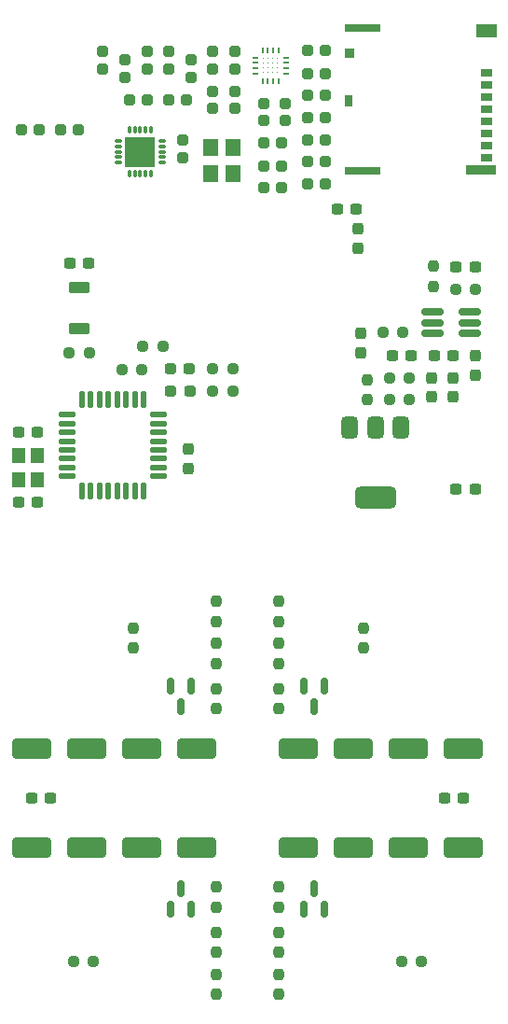
<source format=gtp>
%TF.GenerationSoftware,KiCad,Pcbnew,9.0.6*%
%TF.CreationDate,2026-02-04T03:15:49+01:00*%
%TF.ProjectId,car,6361722e-6b69-4636-9164-5f7063625858,rev?*%
%TF.SameCoordinates,Original*%
%TF.FileFunction,Paste,Top*%
%TF.FilePolarity,Positive*%
%FSLAX46Y46*%
G04 Gerber Fmt 4.6, Leading zero omitted, Abs format (unit mm)*
G04 Created by KiCad (PCBNEW 9.0.6) date 2026-02-04 03:15:49*
%MOMM*%
%LPD*%
G01*
G04 APERTURE LIST*
G04 Aperture macros list*
%AMRoundRect*
0 Rectangle with rounded corners*
0 $1 Rounding radius*
0 $2 $3 $4 $5 $6 $7 $8 $9 X,Y pos of 4 corners*
0 Add a 4 corners polygon primitive as box body*
4,1,4,$2,$3,$4,$5,$6,$7,$8,$9,$2,$3,0*
0 Add four circle primitives for the rounded corners*
1,1,$1+$1,$2,$3*
1,1,$1+$1,$4,$5*
1,1,$1+$1,$6,$7*
1,1,$1+$1,$8,$9*
0 Add four rect primitives between the rounded corners*
20,1,$1+$1,$2,$3,$4,$5,0*
20,1,$1+$1,$4,$5,$6,$7,0*
20,1,$1+$1,$6,$7,$8,$9,0*
20,1,$1+$1,$8,$9,$2,$3,0*%
G04 Aperture macros list end*
%ADD10RoundRect,0.237500X0.250000X0.237500X-0.250000X0.237500X-0.250000X-0.237500X0.250000X-0.237500X0*%
%ADD11RoundRect,0.250000X-1.500000X-0.650000X1.500000X-0.650000X1.500000X0.650000X-1.500000X0.650000X0*%
%ADD12RoundRect,0.162500X0.837500X0.162500X-0.837500X0.162500X-0.837500X-0.162500X0.837500X-0.162500X0*%
%ADD13RoundRect,0.237500X0.237500X-0.250000X0.237500X0.250000X-0.237500X0.250000X-0.237500X-0.250000X0*%
%ADD14RoundRect,0.237500X0.300000X0.237500X-0.300000X0.237500X-0.300000X-0.237500X0.300000X-0.237500X0*%
%ADD15RoundRect,0.375000X-0.375000X0.625000X-0.375000X-0.625000X0.375000X-0.625000X0.375000X0.625000X0*%
%ADD16RoundRect,0.500000X-1.400000X0.500000X-1.400000X-0.500000X1.400000X-0.500000X1.400000X0.500000X0*%
%ADD17RoundRect,0.237500X-0.237500X0.250000X-0.237500X-0.250000X0.237500X-0.250000X0.237500X0.250000X0*%
%ADD18RoundRect,0.142500X0.332500X0.357500X-0.332500X0.357500X-0.332500X-0.357500X0.332500X-0.357500X0*%
%ADD19RoundRect,0.165000X-0.735000X0.385000X-0.735000X-0.385000X0.735000X-0.385000X0.735000X0.385000X0*%
%ADD20RoundRect,0.142500X-0.357500X0.332500X-0.357500X-0.332500X0.357500X-0.332500X0.357500X0.332500X0*%
%ADD21R,1.092200X0.711200*%
%ADD22R,0.939800X0.889000*%
%ADD23R,0.787400X1.041400*%
%ADD24R,1.828800X1.143000*%
%ADD25R,3.327400X0.711200*%
%ADD26R,2.794000X0.863600*%
%ADD27RoundRect,0.150000X-0.150000X0.587500X-0.150000X-0.587500X0.150000X-0.587500X0.150000X0.587500X0*%
%ADD28RoundRect,0.250000X1.500000X0.650000X-1.500000X0.650000X-1.500000X-0.650000X1.500000X-0.650000X0*%
%ADD29RoundRect,0.237500X-0.237500X0.300000X-0.237500X-0.300000X0.237500X-0.300000X0.237500X0.300000X0*%
%ADD30RoundRect,0.237500X-0.300000X-0.237500X0.300000X-0.237500X0.300000X0.237500X-0.300000X0.237500X0*%
%ADD31RoundRect,0.237500X-0.250000X-0.237500X0.250000X-0.237500X0.250000X0.237500X-0.250000X0.237500X0*%
%ADD32RoundRect,0.142500X0.357500X-0.332500X0.357500X0.332500X-0.357500X0.332500X-0.357500X-0.332500X0*%
%ADD33RoundRect,0.150000X0.150000X-0.587500X0.150000X0.587500X-0.150000X0.587500X-0.150000X-0.587500X0*%
%ADD34RoundRect,0.142500X-0.332500X-0.357500X0.332500X-0.357500X0.332500X0.357500X-0.332500X0.357500X0*%
%ADD35RoundRect,0.237500X-0.237500X0.287500X-0.237500X-0.287500X0.237500X-0.287500X0.237500X0.287500X0*%
%ADD36RoundRect,0.180000X-0.420000X0.520000X-0.420000X-0.520000X0.420000X-0.520000X0.420000X0.520000X0*%
%ADD37O,0.300000X0.800000*%
%ADD38O,0.800000X0.300000*%
%ADD39R,2.700000X2.700000*%
%ADD40RoundRect,0.237500X0.237500X-0.300000X0.237500X0.300000X-0.237500X0.300000X-0.237500X-0.300000X0*%
%ADD41RoundRect,0.137500X-0.600000X-0.137500X0.600000X-0.137500X0.600000X0.137500X-0.600000X0.137500X0*%
%ADD42RoundRect,0.137500X-0.137500X-0.600000X0.137500X-0.600000X0.137500X0.600000X-0.137500X0.600000X0*%
%ADD43RoundRect,0.237500X0.287500X0.237500X-0.287500X0.237500X-0.287500X-0.237500X0.287500X-0.237500X0*%
%ADD44RoundRect,0.210000X0.490000X-0.590000X0.490000X0.590000X-0.490000X0.590000X-0.490000X-0.590000X0*%
%ADD45R,0.000001X0.000001*%
%ADD46O,0.650000X0.250000*%
%ADD47O,0.250000X0.650000*%
G04 APERTURE END LIST*
D10*
%TO.C,R20*%
X165648470Y-142234970D03*
X163823470Y-142234970D03*
%TD*%
D11*
%TO.C,D6*%
X130235970Y-131934970D03*
X135235970Y-131934970D03*
%TD*%
D12*
%TO.C,U4*%
X170045970Y-85274843D03*
X170045970Y-84324843D03*
X170045970Y-83374843D03*
X166625970Y-83374843D03*
X166625970Y-84324843D03*
X166625970Y-85274843D03*
%TD*%
D11*
%TO.C,D7*%
X140235970Y-131934970D03*
X145235970Y-131934970D03*
%TD*%
D13*
%TO.C,R9*%
X139435970Y-113847470D03*
X139435970Y-112022470D03*
%TD*%
D14*
%TO.C,C16*%
X169438470Y-127434970D03*
X167713470Y-127434970D03*
%TD*%
D15*
%TO.C,U5*%
X163735970Y-93874843D03*
X161435970Y-93874843D03*
D16*
X161435970Y-100174843D03*
D15*
X159135970Y-93874843D03*
%TD*%
D10*
%TO.C,R5*%
X142148470Y-86504843D03*
X140323470Y-86504843D03*
%TD*%
D17*
%TO.C,R10*%
X147035970Y-117522470D03*
X147035970Y-119347470D03*
%TD*%
D18*
%TO.C,C33*%
X156889920Y-63727843D03*
X155289920Y-63727843D03*
%TD*%
D19*
%TO.C,SW1*%
X134548470Y-81154843D03*
X134548470Y-84854843D03*
%TD*%
D20*
%TO.C,C37*%
X146689920Y-59727843D03*
X146689920Y-61327843D03*
%TD*%
D21*
%TO.C,SD1*%
X171535970Y-61704843D03*
X171535970Y-62804843D03*
X171535970Y-63904843D03*
X171535970Y-65004844D03*
X171535970Y-66104844D03*
X171535970Y-67204844D03*
X171535970Y-68304845D03*
X171535970Y-69404843D03*
D22*
X159070971Y-59914843D03*
D23*
X158995971Y-64179843D03*
D24*
X171520971Y-57824843D03*
D25*
X160270971Y-57604843D03*
X160270971Y-70564843D03*
D26*
X171035971Y-70484843D03*
%TD*%
D27*
%TO.C,Q8*%
X156835970Y-117259970D03*
X154935970Y-117259970D03*
X155885970Y-119134970D03*
%TD*%
D28*
%TO.C,D9*%
X159435970Y-122934970D03*
X154435970Y-122934970D03*
%TD*%
D13*
%TO.C,R31*%
X160735970Y-91337343D03*
X160735970Y-89512343D03*
%TD*%
D29*
%TO.C,C6*%
X159835970Y-75842343D03*
X159835970Y-77567343D03*
%TD*%
D30*
%TO.C,C14*%
X130235970Y-127434970D03*
X131960970Y-127434970D03*
%TD*%
D31*
%TO.C,R2*%
X133635970Y-87104843D03*
X135460970Y-87104843D03*
%TD*%
D32*
%TO.C,L9*%
X144689920Y-62127843D03*
X144689920Y-60527843D03*
%TD*%
D20*
%TO.C,C36*%
X148689920Y-59727843D03*
X148689920Y-61327843D03*
%TD*%
D31*
%TO.C,R29*%
X162723470Y-89324843D03*
X164548470Y-89324843D03*
%TD*%
D17*
%TO.C,R18*%
X152635970Y-117522470D03*
X152635970Y-119347470D03*
%TD*%
D13*
%TO.C,R17*%
X160335970Y-113847470D03*
X160335970Y-112022470D03*
%TD*%
D30*
%TO.C,C21*%
X166773470Y-87324843D03*
X168498470Y-87324843D03*
%TD*%
D31*
%TO.C,R23*%
X168723470Y-81324843D03*
X170548470Y-81324843D03*
%TD*%
D33*
%TO.C,Q4*%
X142835970Y-137572470D03*
X144735970Y-137572470D03*
X143785970Y-135697470D03*
%TD*%
D32*
%TO.C,C34*%
X146689920Y-64927843D03*
X146689920Y-63327843D03*
%TD*%
%TO.C,C35*%
X148689920Y-64927843D03*
X148689920Y-63327843D03*
%TD*%
D30*
%TO.C,C42*%
X168773470Y-99424843D03*
X170498470Y-99424843D03*
%TD*%
D13*
%TO.C,R7*%
X147035970Y-111447470D03*
X147035970Y-109622470D03*
%TD*%
D34*
%TO.C,L6*%
X151289920Y-68027843D03*
X152889920Y-68027843D03*
%TD*%
D35*
%TO.C,D1*%
X160135970Y-85329843D03*
X160135970Y-87079843D03*
%TD*%
D17*
%TO.C,R13*%
X147035970Y-139622470D03*
X147035970Y-141447470D03*
%TD*%
D18*
%TO.C,C31*%
X156889920Y-67727843D03*
X155289920Y-67727843D03*
%TD*%
D36*
%TO.C,Y1*%
X129054720Y-96354843D03*
X129054720Y-98554843D03*
X130754720Y-98554843D03*
X130754720Y-96354843D03*
%TD*%
D37*
%TO.C,U7*%
X139089920Y-70827843D03*
X139589920Y-70827843D03*
X140089920Y-70827843D03*
X140589920Y-70827843D03*
X141089920Y-70827843D03*
D38*
X142089920Y-69827843D03*
X142089920Y-69327843D03*
X142089920Y-68827843D03*
X142089920Y-68327843D03*
X142089920Y-67827843D03*
D37*
X141089920Y-66827843D03*
X140589920Y-66827843D03*
X140089920Y-66827843D03*
X139589920Y-66827843D03*
X139089920Y-66827843D03*
D38*
X138089920Y-67827843D03*
X138089920Y-68327843D03*
X138089920Y-68827843D03*
X138089920Y-69327843D03*
X138089920Y-69827843D03*
D39*
X140089920Y-68827843D03*
%TD*%
D34*
%TO.C,C25*%
X129289920Y-66827843D03*
X130889920Y-66827843D03*
%TD*%
D32*
%TO.C,R32*%
X143989920Y-69377843D03*
X143989920Y-67777843D03*
%TD*%
D40*
%TO.C,C23*%
X166535970Y-91087343D03*
X166535970Y-89362343D03*
%TD*%
D13*
%TO.C,R15*%
X152635970Y-111434970D03*
X152635970Y-109609970D03*
%TD*%
D30*
%TO.C,C24*%
X162973470Y-87324843D03*
X164698470Y-87324843D03*
%TD*%
D14*
%TO.C,C1*%
X135410970Y-78904843D03*
X133685970Y-78904843D03*
%TD*%
D32*
%TO.C,L8*%
X151289920Y-66027843D03*
X151289920Y-64427843D03*
%TD*%
D28*
%TO.C,D11*%
X159435970Y-131934970D03*
X154435970Y-131934970D03*
%TD*%
D34*
%TO.C,L7*%
X155289920Y-65727843D03*
X156889920Y-65727843D03*
%TD*%
D14*
%TO.C,C3*%
X130748470Y-100654843D03*
X129023470Y-100654843D03*
%TD*%
D18*
%TO.C,C28*%
X152889920Y-72127843D03*
X151289920Y-72127843D03*
%TD*%
D32*
%TO.C,C32*%
X153289920Y-66027843D03*
X153289920Y-64427843D03*
%TD*%
D41*
%TO.C,U1*%
X133443470Y-92674843D03*
X133443470Y-93474843D03*
X133443470Y-94274843D03*
X133443470Y-95074843D03*
X133443470Y-95874843D03*
X133443470Y-96674843D03*
X133443470Y-97474843D03*
X133443470Y-98274843D03*
D42*
X134805970Y-99637343D03*
X135605970Y-99637343D03*
X136405970Y-99637343D03*
X137205970Y-99637343D03*
X138005970Y-99637343D03*
X138805970Y-99637343D03*
X139605970Y-99637343D03*
X140405970Y-99637343D03*
D41*
X141768470Y-98274843D03*
X141768470Y-97474843D03*
X141768470Y-96674843D03*
X141768470Y-95874843D03*
X141768470Y-95074843D03*
X141768470Y-94274843D03*
X141768470Y-93474843D03*
X141768470Y-92674843D03*
D42*
X140405970Y-91312343D03*
X139605970Y-91312343D03*
X138805970Y-91312343D03*
X138005970Y-91312343D03*
X137205970Y-91312343D03*
X136405970Y-91312343D03*
X135605970Y-91312343D03*
X134805970Y-91312343D03*
%TD*%
D20*
%TO.C,C39*%
X140689920Y-59727843D03*
X140689920Y-61327843D03*
%TD*%
D17*
%TO.C,R19*%
X152635970Y-135534970D03*
X152635970Y-137359970D03*
%TD*%
D28*
%TO.C,D8*%
X169435970Y-122934970D03*
X164435970Y-122934970D03*
%TD*%
%TO.C,D10*%
X169435970Y-131934970D03*
X164435970Y-131934970D03*
%TD*%
D34*
%TO.C,R27*%
X155289920Y-71727843D03*
X156889920Y-71727843D03*
%TD*%
D27*
%TO.C,Q2*%
X144735970Y-117259970D03*
X142835970Y-117259970D03*
X143785970Y-119134970D03*
%TD*%
D32*
%TO.C,L10*%
X138689920Y-62127843D03*
X138689920Y-60527843D03*
%TD*%
D17*
%TO.C,R22*%
X152635970Y-143422470D03*
X152635970Y-145247470D03*
%TD*%
D10*
%TO.C,R6*%
X140248470Y-88604843D03*
X138423470Y-88604843D03*
%TD*%
D35*
%TO.C,L1*%
X170535970Y-87349843D03*
X170535970Y-89099843D03*
%TD*%
D11*
%TO.C,D4*%
X130235970Y-122934970D03*
X135235970Y-122934970D03*
%TD*%
D40*
%TO.C,C4*%
X144435970Y-97529843D03*
X144435970Y-95804843D03*
%TD*%
D18*
%TO.C,R24*%
X144289920Y-64127843D03*
X142689920Y-64127843D03*
%TD*%
D29*
%TO.C,C22*%
X168535970Y-89362343D03*
X168535970Y-91087343D03*
%TD*%
D20*
%TO.C,C40*%
X136689920Y-59727843D03*
X136689920Y-61327843D03*
%TD*%
D30*
%TO.C,C2*%
X129023470Y-94264843D03*
X130748470Y-94264843D03*
%TD*%
%TO.C,C20*%
X168773470Y-79324843D03*
X170498470Y-79324843D03*
%TD*%
D18*
%TO.C,C26*%
X134489920Y-66827843D03*
X132889920Y-66827843D03*
%TD*%
D31*
%TO.C,R12*%
X134023470Y-142234970D03*
X135848470Y-142234970D03*
%TD*%
D43*
%TO.C,D3*%
X144579720Y-88534843D03*
X142829720Y-88534843D03*
%TD*%
D44*
%TO.C,Y3*%
X148489920Y-70827843D03*
X148489920Y-68427843D03*
X146489920Y-68427843D03*
X146489920Y-70827843D03*
%TD*%
D11*
%TO.C,D5*%
X140235970Y-122934970D03*
X145235970Y-122934970D03*
%TD*%
D18*
%TO.C,R28*%
X156889920Y-59677843D03*
X155289920Y-59677843D03*
%TD*%
D43*
%TO.C,D2*%
X144592220Y-90504843D03*
X142842220Y-90504843D03*
%TD*%
D17*
%TO.C,R11*%
X147035970Y-135534970D03*
X147035970Y-137359970D03*
%TD*%
D34*
%TO.C,C27*%
X139089920Y-64127843D03*
X140689920Y-64127843D03*
%TD*%
D13*
%TO.C,R8*%
X147035970Y-115247470D03*
X147035970Y-113422470D03*
%TD*%
D17*
%TO.C,R25*%
X166735970Y-79212343D03*
X166735970Y-81037343D03*
%TD*%
D31*
%TO.C,R3*%
X146679720Y-90504843D03*
X148504720Y-90504843D03*
%TD*%
D18*
%TO.C,R26*%
X156889920Y-61727843D03*
X155289920Y-61727843D03*
%TD*%
%TO.C,C30*%
X156889920Y-69727843D03*
X155289920Y-69727843D03*
%TD*%
D31*
%TO.C,R4*%
X146667220Y-88534843D03*
X148492220Y-88534843D03*
%TD*%
D45*
%TO.C,U8*%
X152577420Y-61665343D03*
X152577420Y-61240343D03*
X152577420Y-60815343D03*
X152577420Y-60390343D03*
X152152420Y-61665343D03*
X152152420Y-61240343D03*
X152152420Y-60815343D03*
X152152420Y-60390343D03*
X151727420Y-61665343D03*
X151727420Y-61240343D03*
X151727420Y-60815343D03*
X151727420Y-60390343D03*
X151302420Y-61665343D03*
X151302420Y-61240343D03*
X151302420Y-60815343D03*
X151302420Y-60390343D03*
D46*
X153364920Y-61777843D03*
X153364920Y-61277843D03*
X153364920Y-60777843D03*
X153364920Y-60277843D03*
D47*
X152689920Y-59602843D03*
X152189920Y-59602843D03*
X151689920Y-59602843D03*
X151189920Y-59602843D03*
D46*
X150514920Y-60277843D03*
X150514920Y-60777843D03*
X150514920Y-61277843D03*
X150514920Y-61777843D03*
D47*
X151189920Y-62452843D03*
X151689920Y-62452843D03*
X152189920Y-62452843D03*
X152689920Y-62452843D03*
%TD*%
D17*
%TO.C,R14*%
X147035970Y-143422470D03*
X147035970Y-145247470D03*
%TD*%
D10*
%TO.C,R30*%
X164548470Y-91324843D03*
X162723470Y-91324843D03*
%TD*%
D33*
%TO.C,Q10*%
X154935970Y-137572470D03*
X156835970Y-137572470D03*
X155885970Y-135697470D03*
%TD*%
D18*
%TO.C,C29*%
X152889920Y-70127843D03*
X151289920Y-70127843D03*
%TD*%
D30*
%TO.C,C5*%
X157973470Y-74004843D03*
X159698470Y-74004843D03*
%TD*%
D13*
%TO.C,R16*%
X152635970Y-115247470D03*
X152635970Y-113422470D03*
%TD*%
D31*
%TO.C,R1*%
X162123470Y-85224843D03*
X163948470Y-85224843D03*
%TD*%
D17*
%TO.C,R21*%
X152635970Y-139622470D03*
X152635970Y-141447470D03*
%TD*%
D20*
%TO.C,C38*%
X142689920Y-59727843D03*
X142689920Y-61327843D03*
%TD*%
M02*

</source>
